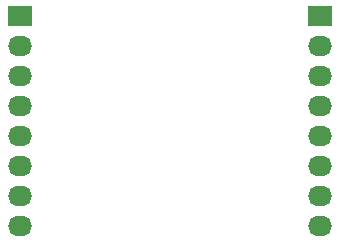
<source format=gbr>
G04 #@! TF.FileFunction,Copper,L2,Bot,Signal*
%FSLAX46Y46*%
G04 Gerber Fmt 4.6, Leading zero omitted, Abs format (unit mm)*
G04 Created by KiCad (PCBNEW 4.0.2-stable) date Tuesday, July 26, 2016 'PMt' 11:39:25 PM*
%MOMM*%
G01*
G04 APERTURE LIST*
%ADD10C,0.100000*%
%ADD11R,2.032000X1.727200*%
%ADD12O,2.032000X1.727200*%
G04 APERTURE END LIST*
D10*
D11*
X142240000Y-104140000D03*
D12*
X142240000Y-106680000D03*
X142240000Y-109220000D03*
X142240000Y-111760000D03*
X142240000Y-114300000D03*
X142240000Y-116840000D03*
X142240000Y-119380000D03*
X142240000Y-121920000D03*
D11*
X167640000Y-104140000D03*
D12*
X167640000Y-106680000D03*
X167640000Y-109220000D03*
X167640000Y-111760000D03*
X167640000Y-114300000D03*
X167640000Y-116840000D03*
X167640000Y-119380000D03*
X167640000Y-121920000D03*
M02*

</source>
